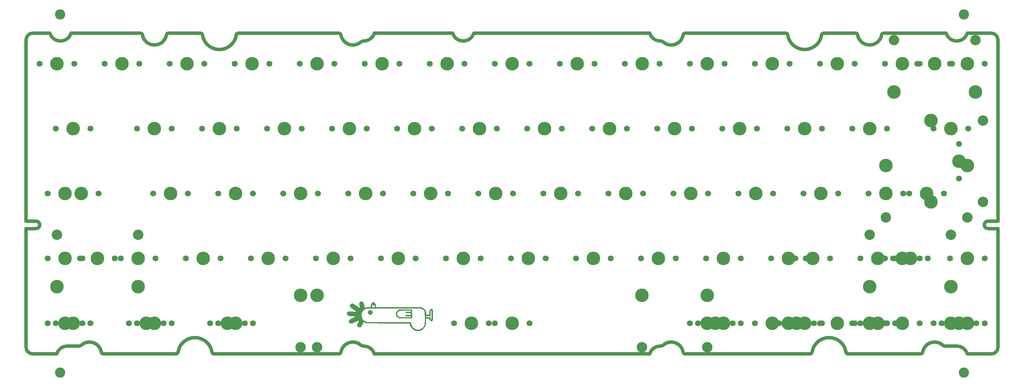
<source format=gbr>
%TF.GenerationSoftware,KiCad,Pcbnew,(5.1.11)-1*%
%TF.CreationDate,2022-10-09T01:58:47+07:00*%
%TF.ProjectId,Eclipse60,45636c69-7073-4653-9630-2e6b69636164,rev?*%
%TF.SameCoordinates,Original*%
%TF.FileFunction,Soldermask,Top*%
%TF.FilePolarity,Negative*%
%FSLAX46Y46*%
G04 Gerber Fmt 4.6, Leading zero omitted, Abs format (unit mm)*
G04 Created by KiCad (PCBNEW (5.1.11)-1) date 2022-10-09 01:58:47*
%MOMM*%
%LPD*%
G01*
G04 APERTURE LIST*
%ADD10C,1.000000*%
%ADD11C,0.010000*%
%ADD12C,1.750000*%
%ADD13C,3.987800*%
%ADD14C,0.500000*%
%ADD15C,3.000000*%
%ADD16C,3.048000*%
G04 APERTURE END LIST*
D10*
X154044994Y-29100001D02*
X131141002Y-29100001D01*
X160277004Y-29100002D02*
G75*
G02*
X154044994Y-29100001I-3116005J925564D01*
G01*
X121325000Y-122729002D02*
G75*
G02*
X127270000Y-120774999I3499597J-626676D01*
G01*
X211758997Y-123300001D02*
G75*
G02*
X214874999Y-120974996I3117524J-927591D01*
G01*
X70771999Y-29100001D02*
X80195003Y-29100001D01*
X29099994Y-86499998D02*
X31993000Y-86499998D01*
X44750004Y-120974996D02*
X41175007Y-120974996D01*
X45184002Y-120794996D02*
G75*
G02*
X44750004Y-120974996I-430255J424180D01*
G01*
X31992999Y-84300000D02*
G75*
G02*
X31993000Y-86499998I8J-1099999D01*
G01*
X80195003Y-29100002D02*
G75*
G02*
X80766002Y-29671000I-880J-571879D01*
G01*
X70201000Y-29671001D02*
G75*
G02*
X70771999Y-29100001I571880J-880D01*
G01*
X70201000Y-29671001D02*
G75*
G02*
X63201000Y-29671000I-3500000J626658D01*
G01*
X73621997Y-122744000D02*
G75*
G02*
X83539997Y-122744001I4959000J-771681D01*
G01*
X62630000Y-29100001D02*
G75*
G02*
X63201000Y-29671000I-880J-571880D01*
G01*
X29099994Y-31100001D02*
G75*
G02*
X31099994Y-29100001I2000725J-725D01*
G01*
X121325001Y-122729002D02*
G75*
G02*
X120754001Y-123300001I-570175J-824D01*
G01*
X120754001Y-123300001D02*
X84096004Y-123300001D01*
X29099994Y-84300001D02*
X29099994Y-31100000D01*
X73065998Y-123300001D02*
X51722004Y-123300001D01*
X38058994Y-123300000D02*
G75*
G02*
X41175007Y-120974996I3117544J-927619D01*
G01*
X31993000Y-84300001D02*
X29099994Y-84300001D01*
X45184000Y-120794996D02*
G75*
G02*
X51150997Y-122729002I2466475J-2562179D01*
G01*
X29099994Y-121300001D02*
X29099994Y-86499998D01*
X31099994Y-123300002D02*
G75*
G02*
X29099994Y-121300001I-981J1999019D01*
G01*
X51722004Y-123300000D02*
G75*
G02*
X51150997Y-122729002I-833J570174D01*
G01*
X128025001Y-120974996D02*
X127755001Y-120974996D01*
X211758998Y-123300001D02*
X131141002Y-123300001D01*
X84096004Y-123300001D02*
G75*
G02*
X83539997Y-122744001I517J556524D01*
G01*
X31099994Y-29100001D02*
X36058994Y-29100001D01*
X38058994Y-123300001D02*
X31099994Y-123300001D01*
X128025001Y-120974997D02*
G75*
G02*
X131141002Y-123300001I-1522J-3252595D01*
G01*
X42291004Y-29100001D02*
X62630001Y-29100001D01*
X127755000Y-120974997D02*
G75*
G02*
X127270000Y-120774999I750J689889D01*
G01*
X73621997Y-122744001D02*
G75*
G02*
X73065998Y-123300001I-556511J511D01*
G01*
X42291004Y-29100002D02*
G75*
G02*
X36058994Y-29100001I-3116005J925564D01*
G01*
X269834002Y-123300002D02*
G75*
G02*
X269278002Y-122744001I512J556512D01*
G01*
X313800006Y-31100000D02*
X313800006Y-84300001D01*
X291177996Y-123300001D02*
X269834002Y-123300001D01*
X291749003Y-122729002D02*
G75*
G02*
X297621997Y-120707998I3500114J-627357D01*
G01*
X304841006Y-29100001D02*
X311800006Y-29100001D01*
X301724993Y-120974996D02*
X298268000Y-120974996D01*
X280269999Y-29100001D02*
X298608996Y-29100001D01*
X301724994Y-120974996D02*
G75*
G02*
X304841006Y-123300001I-1532J-3252623D01*
G01*
X310907000Y-86499998D02*
X313800006Y-86499998D01*
X310907001Y-86499997D02*
G75*
G02*
X310907000Y-84300001I-8J1099998D01*
G01*
X214874999Y-31425000D02*
X215129000Y-31425000D01*
X251644999Y-29100002D02*
G75*
G02*
X252215998Y-29671000I-880J-571879D01*
G01*
X160277004Y-29100002D02*
X211758998Y-29100001D01*
X313800006Y-84300001D02*
X310907000Y-84300001D01*
X215129000Y-31424999D02*
G75*
G02*
X215642001Y-31638000I-2442J-730151D01*
G01*
X304841006Y-29100002D02*
G75*
G02*
X298608996Y-29100001I-3116005J925564D01*
G01*
X221574999Y-29671000D02*
G75*
G02*
X222145999Y-29100001I571880J-881D01*
G01*
X262133998Y-29671001D02*
G75*
G02*
X252215998Y-29671000I-4959000J770501D01*
G01*
X311800005Y-29100001D02*
G75*
G02*
X313800006Y-31100000I-724J-2000725D01*
G01*
X279699000Y-29671001D02*
G75*
G02*
X272699000Y-29671000I-3500000J626658D01*
G01*
X298268000Y-120974996D02*
G75*
G02*
X297621997Y-120707998I-2701J908467D01*
G01*
X279699000Y-29671001D02*
G75*
G02*
X280269999Y-29100001I571880J-880D01*
G01*
X313800005Y-121300001D02*
G75*
G02*
X311800006Y-123300001I-1999018J-982D01*
G01*
X259360004Y-122744001D02*
G75*
G02*
X269278002Y-122744001I4958999J-771680D01*
G01*
X291749004Y-122729002D02*
G75*
G02*
X291177996Y-123300001I-570175J-824D01*
G01*
X215143000Y-120974996D02*
X214874999Y-120974996D01*
X259360003Y-122744001D02*
G75*
G02*
X258803996Y-123300001I-556524J524D01*
G01*
X313800006Y-86499998D02*
X313800006Y-121300001D01*
X215631998Y-120773000D02*
G75*
G02*
X215143000Y-120974996I-487743J487855D01*
G01*
X215632000Y-120773000D02*
G75*
G02*
X221574999Y-122729002I2443145J-2583322D01*
G01*
X214874999Y-31425000D02*
G75*
G02*
X211758998Y-29100001I-899J3249352D01*
G01*
X222145999Y-123300001D02*
G75*
G02*
X221574999Y-122729002I-825J570175D01*
G01*
X258803996Y-123300001D02*
X222145999Y-123300001D01*
X272128000Y-29100001D02*
G75*
G02*
X272699000Y-29671000I-880J-571880D01*
G01*
X262133997Y-29671000D02*
G75*
G02*
X262704997Y-29100001I571880J-881D01*
G01*
X222145999Y-29100001D02*
X251644999Y-29100001D01*
X311800006Y-123300001D02*
X304841006Y-123300001D01*
X262704997Y-29100001D02*
X272128001Y-29100001D01*
X221574999Y-29671001D02*
G75*
G02*
X215642001Y-31638000I-3500071J625896D01*
G01*
X131141002Y-29100001D02*
G75*
G02*
X128025001Y-31425000I-3115102J924353D01*
G01*
X90684001Y-29671000D02*
G75*
G02*
X91255001Y-29100001I571880J-881D01*
G01*
X127799000Y-31425000D02*
X128025001Y-31425000D01*
X127235001Y-31659000D02*
G75*
G02*
X127799000Y-31425000I565427J-566132D01*
G01*
X120754001Y-29100001D02*
G75*
G02*
X121325001Y-29671000I-880J-571880D01*
G01*
X91255001Y-29100001D02*
X120754001Y-29100001D01*
X90684002Y-29671001D02*
G75*
G02*
X80766002Y-29671000I-4959000J770501D01*
G01*
X127235000Y-31659000D02*
G75*
G02*
X121325001Y-29671000I-2410177J2613668D01*
G01*
D11*
%TO.C,G\u002A\u002A\u002A*%
G36*
X127594737Y-107968933D02*
G01*
X127619178Y-107980913D01*
X127703710Y-108029936D01*
X127773958Y-108086660D01*
X127833507Y-108158939D01*
X127885936Y-108254626D01*
X127934828Y-108381576D01*
X127983764Y-108547641D01*
X128036326Y-108760677D01*
X128095329Y-109025000D01*
X128140169Y-109226364D01*
X128182781Y-109407736D01*
X128220737Y-109559553D01*
X128251611Y-109672251D01*
X128272973Y-109736270D01*
X128278424Y-109746233D01*
X128311868Y-109762419D01*
X128372420Y-109756510D01*
X128472810Y-109726526D01*
X128525782Y-109707781D01*
X128783547Y-109636136D01*
X129094758Y-109589272D01*
X129461604Y-109566906D01*
X129633950Y-109564749D01*
X130003692Y-109564750D01*
X130027760Y-109377078D01*
X130361250Y-109377078D01*
X130361250Y-109564750D01*
X131282000Y-109564750D01*
X131282000Y-109428545D01*
X131270984Y-109288569D01*
X131241324Y-109137470D01*
X131198105Y-108989963D01*
X131146408Y-108860765D01*
X131091316Y-108764591D01*
X131037914Y-108716157D01*
X131035646Y-108715340D01*
X131005633Y-108731774D01*
X130996250Y-108798037D01*
X130977414Y-108938759D01*
X130923000Y-109034478D01*
X130849141Y-109076524D01*
X130760197Y-109071754D01*
X130693558Y-109012862D01*
X130654726Y-108906959D01*
X130647000Y-108815107D01*
X130641543Y-108731115D01*
X130627773Y-108681483D01*
X130620170Y-108675750D01*
X130565190Y-108705178D01*
X130508596Y-108784825D01*
X130455173Y-108901733D01*
X130409704Y-109042942D01*
X130376975Y-109195494D01*
X130361769Y-109346432D01*
X130361250Y-109377078D01*
X130027760Y-109377078D01*
X130039763Y-109283485D01*
X130099423Y-108961410D01*
X130189289Y-108682437D01*
X130307211Y-108451890D01*
X130444559Y-108281312D01*
X130587899Y-108182845D01*
X130750201Y-108138923D01*
X130917105Y-108150705D01*
X131074255Y-108219348D01*
X131088849Y-108229362D01*
X131207428Y-108345459D01*
X131316991Y-108512837D01*
X131412382Y-108719397D01*
X131488447Y-108953038D01*
X131540030Y-109201660D01*
X131554553Y-109322464D01*
X131576403Y-109563586D01*
X138184014Y-109572105D01*
X144791625Y-109580625D01*
X145000290Y-109651593D01*
X145286593Y-109779170D01*
X145551490Y-109955889D01*
X145783080Y-110171726D01*
X145969466Y-110416660D01*
X146026125Y-110515589D01*
X146098334Y-110661463D01*
X146150065Y-110789723D01*
X146185567Y-110918080D01*
X146209088Y-111064241D01*
X146224876Y-111245916D01*
X146232161Y-111374500D01*
X146252125Y-111771375D01*
X147204625Y-111771375D01*
X147220500Y-111184000D01*
X147226587Y-110971499D01*
X147233560Y-110810486D01*
X147244122Y-110688977D01*
X147260978Y-110594984D01*
X147286833Y-110516524D01*
X147324392Y-110441610D01*
X147376360Y-110358257D01*
X147422515Y-110288836D01*
X147520756Y-110163982D01*
X147619355Y-110091681D01*
X147733318Y-110062695D01*
X147792258Y-110061287D01*
X147935596Y-110091416D01*
X148053571Y-110176486D01*
X148113859Y-110253564D01*
X148127367Y-110277184D01*
X148138638Y-110307188D01*
X148147873Y-110349151D01*
X148155275Y-110408647D01*
X148161047Y-110491251D01*
X148165391Y-110602538D01*
X148168509Y-110748083D01*
X148170604Y-110933461D01*
X148171877Y-111164245D01*
X148172533Y-111446012D01*
X148172772Y-111784335D01*
X148172790Y-111876649D01*
X148172150Y-112273159D01*
X148170137Y-112616184D01*
X148166785Y-112904067D01*
X148162128Y-113135152D01*
X148156198Y-113307782D01*
X148149031Y-113420300D01*
X148140660Y-113471051D01*
X148140308Y-113471758D01*
X148076212Y-113540414D01*
X147977245Y-113597352D01*
X147871936Y-113627279D01*
X147847417Y-113628750D01*
X147733755Y-113600773D01*
X147609096Y-113524303D01*
X147484134Y-113410528D01*
X147369559Y-113270637D01*
X147276062Y-113115817D01*
X147217887Y-112969937D01*
X147178698Y-112835000D01*
X146204500Y-112835000D01*
X146203871Y-113525562D01*
X146202190Y-113744943D01*
X146197864Y-113957672D01*
X146191369Y-114150282D01*
X146183181Y-114309309D01*
X146173776Y-114421287D01*
X146171577Y-114438375D01*
X146086120Y-114826016D01*
X145946199Y-115185935D01*
X145755514Y-115513675D01*
X145517762Y-115804780D01*
X145236642Y-116054794D01*
X144915853Y-116259260D01*
X144559093Y-116413724D01*
X144521750Y-116426193D01*
X144325233Y-116472591D01*
X144089604Y-116501084D01*
X143836820Y-116511162D01*
X143588841Y-116502312D01*
X143367624Y-116474023D01*
X143283500Y-116455040D01*
X142916355Y-116326385D01*
X142584650Y-116145335D01*
X142286413Y-115910804D01*
X142273695Y-115898926D01*
X142001169Y-115602845D01*
X141787228Y-115282367D01*
X141631710Y-114937200D01*
X141534454Y-114567051D01*
X141533964Y-114564292D01*
X141510332Y-114448324D01*
X141485666Y-114355068D01*
X141465221Y-114304328D01*
X141464845Y-114303822D01*
X141449059Y-114298981D01*
X141407907Y-114294490D01*
X141339211Y-114290331D01*
X141240791Y-114286489D01*
X141110467Y-114282947D01*
X140946061Y-114279688D01*
X140745392Y-114276696D01*
X140506281Y-114273955D01*
X140226550Y-114271448D01*
X139904018Y-114269160D01*
X139536506Y-114267073D01*
X139121835Y-114265171D01*
X138657826Y-114263438D01*
X138142298Y-114261858D01*
X137573074Y-114260414D01*
X136947973Y-114259089D01*
X136264816Y-114257868D01*
X135521423Y-114256734D01*
X135128119Y-114256197D01*
X128821375Y-114247875D01*
X128567375Y-114161688D01*
X128418289Y-114104826D01*
X128264757Y-114036220D01*
X128138334Y-113970044D01*
X128130937Y-113965642D01*
X128033320Y-113908267D01*
X127974738Y-113881067D01*
X127940224Y-113880807D01*
X127914811Y-113904254D01*
X127905645Y-113916966D01*
X127879516Y-113963860D01*
X127831858Y-114058631D01*
X127767467Y-114191372D01*
X127691142Y-114352175D01*
X127607680Y-114531134D01*
X127595958Y-114556511D01*
X127471096Y-114818108D01*
X127360950Y-115025129D01*
X127259781Y-115183112D01*
X127161850Y-115297598D01*
X127061417Y-115374126D01*
X126952745Y-115418234D01*
X126830094Y-115435462D01*
X126689453Y-115431494D01*
X126503304Y-115386212D01*
X126342323Y-115289410D01*
X126215423Y-115150950D01*
X126131512Y-114980696D01*
X126099501Y-114788510D01*
X126099423Y-114778373D01*
X126103519Y-114717466D01*
X126117957Y-114647135D01*
X126145965Y-114558802D01*
X126190767Y-114443892D01*
X126255590Y-114293827D01*
X126343660Y-114100030D01*
X126401417Y-113975470D01*
X126487739Y-113788521D01*
X126563381Y-113621565D01*
X126624703Y-113482904D01*
X126668061Y-113380840D01*
X126689814Y-113323673D01*
X126691418Y-113314483D01*
X126660985Y-113324627D01*
X126579524Y-113359019D01*
X126453416Y-113414774D01*
X126289045Y-113489007D01*
X126092792Y-113578834D01*
X125871041Y-113681370D01*
X125630173Y-113793730D01*
X125607274Y-113804461D01*
X125303631Y-113946142D01*
X125050876Y-114062043D01*
X124842809Y-114154187D01*
X124673228Y-114224597D01*
X124535933Y-114275295D01*
X124424721Y-114308302D01*
X124333392Y-114325642D01*
X124255744Y-114329338D01*
X124185575Y-114321411D01*
X124116685Y-114303883D01*
X124096083Y-114297301D01*
X124007158Y-114252387D01*
X123907382Y-114179849D01*
X123859977Y-114136757D01*
X123740779Y-113977123D01*
X123675542Y-113798513D01*
X123664232Y-113612797D01*
X123706816Y-113431844D01*
X123803260Y-113267522D01*
X123862618Y-113203671D01*
X123926439Y-113158635D01*
X124044793Y-113091187D01*
X124213624Y-113003400D01*
X124428872Y-112897342D01*
X124686482Y-112775084D01*
X124861666Y-112693908D01*
X125081756Y-112592306D01*
X125281560Y-112499223D01*
X125454226Y-112417917D01*
X125592905Y-112351647D01*
X125690744Y-112303673D01*
X125740894Y-112277253D01*
X125746037Y-112273203D01*
X125713258Y-112268193D01*
X125624565Y-112258384D01*
X125487303Y-112244489D01*
X125308816Y-112227222D01*
X125096451Y-112207297D01*
X124857552Y-112185426D01*
X124659462Y-112167649D01*
X124340214Y-112138746D01*
X124077658Y-112113162D01*
X123865183Y-112089204D01*
X123696177Y-112065183D01*
X123564030Y-112039406D01*
X123462132Y-112010185D01*
X123428676Y-111995497D01*
X127285559Y-111995497D01*
X127328733Y-112322412D01*
X127422514Y-112637911D01*
X127564132Y-112935372D01*
X127750817Y-113208175D01*
X127979800Y-113449698D01*
X128248311Y-113653320D01*
X128553580Y-113812420D01*
X128678500Y-113859778D01*
X128884875Y-113930375D01*
X141807125Y-113962125D01*
X141829990Y-114200250D01*
X141877830Y-114528156D01*
X141958019Y-114816416D01*
X142077515Y-115083586D01*
X142243277Y-115348223D01*
X142278984Y-115397590D01*
X142503072Y-115649867D01*
X142765921Y-115856738D01*
X143059564Y-116015790D01*
X143376031Y-116124610D01*
X143707353Y-116180786D01*
X144045563Y-116181904D01*
X144382689Y-116125552D01*
X144533612Y-116080219D01*
X144855266Y-115936601D01*
X145142395Y-115741154D01*
X145390074Y-115498230D01*
X145593376Y-115212180D01*
X145663305Y-115082338D01*
X145710284Y-114985409D01*
X145750281Y-114896167D01*
X145783825Y-114808758D01*
X145811445Y-114717326D01*
X145833670Y-114616016D01*
X145851030Y-114498975D01*
X145864052Y-114360345D01*
X145873267Y-114194274D01*
X145879203Y-113994905D01*
X145882390Y-113756384D01*
X145883355Y-113472855D01*
X145882629Y-113138465D01*
X145880740Y-112747358D01*
X145880370Y-112679945D01*
X145878289Y-112311759D01*
X145876757Y-112073000D01*
X146236250Y-112073000D01*
X146236250Y-112484407D01*
X147487190Y-112501625D01*
X147522382Y-112696345D01*
X147551047Y-112817551D01*
X147588213Y-112926663D01*
X147615397Y-112982095D01*
X147677355Y-113068901D01*
X147747765Y-113152234D01*
X147812414Y-113216747D01*
X147857085Y-113247091D01*
X147861440Y-113247750D01*
X147866729Y-113217050D01*
X147871653Y-113129153D01*
X147876100Y-112990359D01*
X147879957Y-112806971D01*
X147883111Y-112585289D01*
X147885451Y-112331616D01*
X147886863Y-112052254D01*
X147887250Y-111803125D01*
X147887100Y-111461460D01*
X147886522Y-111177939D01*
X147885321Y-110947204D01*
X147883301Y-110763900D01*
X147880269Y-110622668D01*
X147876028Y-110518153D01*
X147870385Y-110444998D01*
X147863144Y-110397846D01*
X147854112Y-110371341D01*
X147843091Y-110360127D01*
X147834708Y-110358500D01*
X147774458Y-110383647D01*
X147698795Y-110447923D01*
X147622469Y-110534577D01*
X147560231Y-110626860D01*
X147526833Y-110708020D01*
X147526811Y-110708128D01*
X147520433Y-110771282D01*
X147514860Y-110886216D01*
X147510421Y-111041211D01*
X147507444Y-111224549D01*
X147506257Y-111424513D01*
X147506250Y-111441968D01*
X147506250Y-112073000D01*
X146236250Y-112073000D01*
X145876757Y-112073000D01*
X145876297Y-112001462D01*
X145874142Y-111743446D01*
X145871573Y-111532100D01*
X145868339Y-111361815D01*
X145864191Y-111226982D01*
X145858876Y-111121991D01*
X145852144Y-111041232D01*
X145843745Y-110979097D01*
X145833427Y-110929975D01*
X145820939Y-110888258D01*
X145806031Y-110848335D01*
X145797519Y-110827115D01*
X145659997Y-110567637D01*
X145472074Y-110334517D01*
X145244869Y-110138882D01*
X144989503Y-109991857D01*
X144942888Y-109972012D01*
X144759875Y-109898125D01*
X136949375Y-109889428D01*
X135998132Y-109888489D01*
X135109775Y-109887860D01*
X134283692Y-109887545D01*
X133519269Y-109887544D01*
X132815895Y-109887860D01*
X132172955Y-109888494D01*
X131589836Y-109889449D01*
X131065927Y-109890727D01*
X130600614Y-109892328D01*
X130193285Y-109894256D01*
X129843325Y-109896512D01*
X129550123Y-109899097D01*
X129313066Y-109902015D01*
X129131540Y-109905266D01*
X129004933Y-109908852D01*
X128932633Y-109912776D01*
X128920491Y-109914160D01*
X128619572Y-109991195D01*
X128329253Y-110124946D01*
X128058353Y-110308655D01*
X127815690Y-110535563D01*
X127610084Y-110798912D01*
X127487379Y-111012464D01*
X127362113Y-111333902D01*
X127295763Y-111663786D01*
X127285559Y-111995497D01*
X123428676Y-111995497D01*
X123383872Y-111975827D01*
X123322638Y-111934641D01*
X123271821Y-111884938D01*
X123224809Y-111825026D01*
X123203874Y-111795352D01*
X123123442Y-111628990D01*
X123093201Y-111446331D01*
X123111096Y-111262353D01*
X123175075Y-111092035D01*
X123283086Y-110950357D01*
X123324512Y-110915109D01*
X123381169Y-110874029D01*
X123436965Y-110841109D01*
X123498500Y-110816158D01*
X123572375Y-110798989D01*
X123665192Y-110789413D01*
X123783552Y-110787241D01*
X123934056Y-110792283D01*
X124123304Y-110804353D01*
X124357899Y-110823260D01*
X124644440Y-110848817D01*
X124880277Y-110870637D01*
X125183014Y-110898659D01*
X125428048Y-110920763D01*
X125620874Y-110937215D01*
X125766987Y-110948283D01*
X125871883Y-110954231D01*
X125941057Y-110955328D01*
X125980005Y-110951837D01*
X125994220Y-110944026D01*
X125989200Y-110932162D01*
X125980117Y-110923913D01*
X125937519Y-110892149D01*
X125849928Y-110828949D01*
X125724364Y-110739304D01*
X125567848Y-110628204D01*
X125387399Y-110500642D01*
X125190038Y-110361606D01*
X125112159Y-110306867D01*
X124907695Y-110162503D01*
X124715450Y-110025361D01*
X124542898Y-109900882D01*
X124397515Y-109794507D01*
X124286778Y-109711679D01*
X124218161Y-109657837D01*
X124205810Y-109647152D01*
X124075714Y-109490816D01*
X124000708Y-109319641D01*
X123977144Y-109142923D01*
X124001378Y-108969957D01*
X124069764Y-108810041D01*
X124178656Y-108672470D01*
X124324408Y-108566540D01*
X124503375Y-108501548D01*
X124661481Y-108485250D01*
X124714451Y-108487569D01*
X124768429Y-108496661D01*
X124828829Y-108515721D01*
X124901068Y-108547948D01*
X124990562Y-108596539D01*
X125102726Y-108664693D01*
X125242977Y-108755606D01*
X125416730Y-108872477D01*
X125629401Y-109018503D01*
X125886406Y-109196882D01*
X125995496Y-109272892D01*
X126208717Y-109420511D01*
X126405057Y-109554435D01*
X126578601Y-109670784D01*
X126723434Y-109765678D01*
X126833643Y-109835238D01*
X126903312Y-109875582D01*
X126926506Y-109883605D01*
X126923241Y-109844131D01*
X126907946Y-109752894D01*
X126882569Y-109620070D01*
X126849059Y-109455840D01*
X126809362Y-109270382D01*
X126807572Y-109262205D01*
X126766442Y-109067908D01*
X126730711Y-108886548D01*
X126702614Y-108730508D01*
X126684387Y-108612172D01*
X126678250Y-108545842D01*
X126706649Y-108354749D01*
X126785383Y-108190181D01*
X126904757Y-108057957D01*
X127055075Y-107963900D01*
X127226641Y-107913829D01*
X127409760Y-107913566D01*
X127594737Y-107968933D01*
G37*
X127594737Y-107968933D02*
X127619178Y-107980913D01*
X127703710Y-108029936D01*
X127773958Y-108086660D01*
X127833507Y-108158939D01*
X127885936Y-108254626D01*
X127934828Y-108381576D01*
X127983764Y-108547641D01*
X128036326Y-108760677D01*
X128095329Y-109025000D01*
X128140169Y-109226364D01*
X128182781Y-109407736D01*
X128220737Y-109559553D01*
X128251611Y-109672251D01*
X128272973Y-109736270D01*
X128278424Y-109746233D01*
X128311868Y-109762419D01*
X128372420Y-109756510D01*
X128472810Y-109726526D01*
X128525782Y-109707781D01*
X128783547Y-109636136D01*
X129094758Y-109589272D01*
X129461604Y-109566906D01*
X129633950Y-109564749D01*
X130003692Y-109564750D01*
X130027760Y-109377078D01*
X130361250Y-109377078D01*
X130361250Y-109564750D01*
X131282000Y-109564750D01*
X131282000Y-109428545D01*
X131270984Y-109288569D01*
X131241324Y-109137470D01*
X131198105Y-108989963D01*
X131146408Y-108860765D01*
X131091316Y-108764591D01*
X131037914Y-108716157D01*
X131035646Y-108715340D01*
X131005633Y-108731774D01*
X130996250Y-108798037D01*
X130977414Y-108938759D01*
X130923000Y-109034478D01*
X130849141Y-109076524D01*
X130760197Y-109071754D01*
X130693558Y-109012862D01*
X130654726Y-108906959D01*
X130647000Y-108815107D01*
X130641543Y-108731115D01*
X130627773Y-108681483D01*
X130620170Y-108675750D01*
X130565190Y-108705178D01*
X130508596Y-108784825D01*
X130455173Y-108901733D01*
X130409704Y-109042942D01*
X130376975Y-109195494D01*
X130361769Y-109346432D01*
X130361250Y-109377078D01*
X130027760Y-109377078D01*
X130039763Y-109283485D01*
X130099423Y-108961410D01*
X130189289Y-108682437D01*
X130307211Y-108451890D01*
X130444559Y-108281312D01*
X130587899Y-108182845D01*
X130750201Y-108138923D01*
X130917105Y-108150705D01*
X131074255Y-108219348D01*
X131088849Y-108229362D01*
X131207428Y-108345459D01*
X131316991Y-108512837D01*
X131412382Y-108719397D01*
X131488447Y-108953038D01*
X131540030Y-109201660D01*
X131554553Y-109322464D01*
X131576403Y-109563586D01*
X138184014Y-109572105D01*
X144791625Y-109580625D01*
X145000290Y-109651593D01*
X145286593Y-109779170D01*
X145551490Y-109955889D01*
X145783080Y-110171726D01*
X145969466Y-110416660D01*
X146026125Y-110515589D01*
X146098334Y-110661463D01*
X146150065Y-110789723D01*
X146185567Y-110918080D01*
X146209088Y-111064241D01*
X146224876Y-111245916D01*
X146232161Y-111374500D01*
X146252125Y-111771375D01*
X147204625Y-111771375D01*
X147220500Y-111184000D01*
X147226587Y-110971499D01*
X147233560Y-110810486D01*
X147244122Y-110688977D01*
X147260978Y-110594984D01*
X147286833Y-110516524D01*
X147324392Y-110441610D01*
X147376360Y-110358257D01*
X147422515Y-110288836D01*
X147520756Y-110163982D01*
X147619355Y-110091681D01*
X147733318Y-110062695D01*
X147792258Y-110061287D01*
X147935596Y-110091416D01*
X148053571Y-110176486D01*
X148113859Y-110253564D01*
X148127367Y-110277184D01*
X148138638Y-110307188D01*
X148147873Y-110349151D01*
X148155275Y-110408647D01*
X148161047Y-110491251D01*
X148165391Y-110602538D01*
X148168509Y-110748083D01*
X148170604Y-110933461D01*
X148171877Y-111164245D01*
X148172533Y-111446012D01*
X148172772Y-111784335D01*
X148172790Y-111876649D01*
X148172150Y-112273159D01*
X148170137Y-112616184D01*
X148166785Y-112904067D01*
X148162128Y-113135152D01*
X148156198Y-113307782D01*
X148149031Y-113420300D01*
X148140660Y-113471051D01*
X148140308Y-113471758D01*
X148076212Y-113540414D01*
X147977245Y-113597352D01*
X147871936Y-113627279D01*
X147847417Y-113628750D01*
X147733755Y-113600773D01*
X147609096Y-113524303D01*
X147484134Y-113410528D01*
X147369559Y-113270637D01*
X147276062Y-113115817D01*
X147217887Y-112969937D01*
X147178698Y-112835000D01*
X146204500Y-112835000D01*
X146203871Y-113525562D01*
X146202190Y-113744943D01*
X146197864Y-113957672D01*
X146191369Y-114150282D01*
X146183181Y-114309309D01*
X146173776Y-114421287D01*
X146171577Y-114438375D01*
X146086120Y-114826016D01*
X145946199Y-115185935D01*
X145755514Y-115513675D01*
X145517762Y-115804780D01*
X145236642Y-116054794D01*
X144915853Y-116259260D01*
X144559093Y-116413724D01*
X144521750Y-116426193D01*
X144325233Y-116472591D01*
X144089604Y-116501084D01*
X143836820Y-116511162D01*
X143588841Y-116502312D01*
X143367624Y-116474023D01*
X143283500Y-116455040D01*
X142916355Y-116326385D01*
X142584650Y-116145335D01*
X142286413Y-115910804D01*
X142273695Y-115898926D01*
X142001169Y-115602845D01*
X141787228Y-115282367D01*
X141631710Y-114937200D01*
X141534454Y-114567051D01*
X141533964Y-114564292D01*
X141510332Y-114448324D01*
X141485666Y-114355068D01*
X141465221Y-114304328D01*
X141464845Y-114303822D01*
X141449059Y-114298981D01*
X141407907Y-114294490D01*
X141339211Y-114290331D01*
X141240791Y-114286489D01*
X141110467Y-114282947D01*
X140946061Y-114279688D01*
X140745392Y-114276696D01*
X140506281Y-114273955D01*
X140226550Y-114271448D01*
X139904018Y-114269160D01*
X139536506Y-114267073D01*
X139121835Y-114265171D01*
X138657826Y-114263438D01*
X138142298Y-114261858D01*
X137573074Y-114260414D01*
X136947973Y-114259089D01*
X136264816Y-114257868D01*
X135521423Y-114256734D01*
X135128119Y-114256197D01*
X128821375Y-114247875D01*
X128567375Y-114161688D01*
X128418289Y-114104826D01*
X128264757Y-114036220D01*
X128138334Y-113970044D01*
X128130937Y-113965642D01*
X128033320Y-113908267D01*
X127974738Y-113881067D01*
X127940224Y-113880807D01*
X127914811Y-113904254D01*
X127905645Y-113916966D01*
X127879516Y-113963860D01*
X127831858Y-114058631D01*
X127767467Y-114191372D01*
X127691142Y-114352175D01*
X127607680Y-114531134D01*
X127595958Y-114556511D01*
X127471096Y-114818108D01*
X127360950Y-115025129D01*
X127259781Y-115183112D01*
X127161850Y-115297598D01*
X127061417Y-115374126D01*
X126952745Y-115418234D01*
X126830094Y-115435462D01*
X126689453Y-115431494D01*
X126503304Y-115386212D01*
X126342323Y-115289410D01*
X126215423Y-115150950D01*
X126131512Y-114980696D01*
X126099501Y-114788510D01*
X126099423Y-114778373D01*
X126103519Y-114717466D01*
X126117957Y-114647135D01*
X126145965Y-114558802D01*
X126190767Y-114443892D01*
X126255590Y-114293827D01*
X126343660Y-114100030D01*
X126401417Y-113975470D01*
X126487739Y-113788521D01*
X126563381Y-113621565D01*
X126624703Y-113482904D01*
X126668061Y-113380840D01*
X126689814Y-113323673D01*
X126691418Y-113314483D01*
X126660985Y-113324627D01*
X126579524Y-113359019D01*
X126453416Y-113414774D01*
X126289045Y-113489007D01*
X126092792Y-113578834D01*
X125871041Y-113681370D01*
X125630173Y-113793730D01*
X125607274Y-113804461D01*
X125303631Y-113946142D01*
X125050876Y-114062043D01*
X124842809Y-114154187D01*
X124673228Y-114224597D01*
X124535933Y-114275295D01*
X124424721Y-114308302D01*
X124333392Y-114325642D01*
X124255744Y-114329338D01*
X124185575Y-114321411D01*
X124116685Y-114303883D01*
X124096083Y-114297301D01*
X124007158Y-114252387D01*
X123907382Y-114179849D01*
X123859977Y-114136757D01*
X123740779Y-113977123D01*
X123675542Y-113798513D01*
X123664232Y-113612797D01*
X123706816Y-113431844D01*
X123803260Y-113267522D01*
X123862618Y-113203671D01*
X123926439Y-113158635D01*
X124044793Y-113091187D01*
X124213624Y-113003400D01*
X124428872Y-112897342D01*
X124686482Y-112775084D01*
X124861666Y-112693908D01*
X125081756Y-112592306D01*
X125281560Y-112499223D01*
X125454226Y-112417917D01*
X125592905Y-112351647D01*
X125690744Y-112303673D01*
X125740894Y-112277253D01*
X125746037Y-112273203D01*
X125713258Y-112268193D01*
X125624565Y-112258384D01*
X125487303Y-112244489D01*
X125308816Y-112227222D01*
X125096451Y-112207297D01*
X124857552Y-112185426D01*
X124659462Y-112167649D01*
X124340214Y-112138746D01*
X124077658Y-112113162D01*
X123865183Y-112089204D01*
X123696177Y-112065183D01*
X123564030Y-112039406D01*
X123462132Y-112010185D01*
X123428676Y-111995497D01*
X127285559Y-111995497D01*
X127328733Y-112322412D01*
X127422514Y-112637911D01*
X127564132Y-112935372D01*
X127750817Y-113208175D01*
X127979800Y-113449698D01*
X128248311Y-113653320D01*
X128553580Y-113812420D01*
X128678500Y-113859778D01*
X128884875Y-113930375D01*
X141807125Y-113962125D01*
X141829990Y-114200250D01*
X141877830Y-114528156D01*
X141958019Y-114816416D01*
X142077515Y-115083586D01*
X142243277Y-115348223D01*
X142278984Y-115397590D01*
X142503072Y-115649867D01*
X142765921Y-115856738D01*
X143059564Y-116015790D01*
X143376031Y-116124610D01*
X143707353Y-116180786D01*
X144045563Y-116181904D01*
X144382689Y-116125552D01*
X144533612Y-116080219D01*
X144855266Y-115936601D01*
X145142395Y-115741154D01*
X145390074Y-115498230D01*
X145593376Y-115212180D01*
X145663305Y-115082338D01*
X145710284Y-114985409D01*
X145750281Y-114896167D01*
X145783825Y-114808758D01*
X145811445Y-114717326D01*
X145833670Y-114616016D01*
X145851030Y-114498975D01*
X145864052Y-114360345D01*
X145873267Y-114194274D01*
X145879203Y-113994905D01*
X145882390Y-113756384D01*
X145883355Y-113472855D01*
X145882629Y-113138465D01*
X145880740Y-112747358D01*
X145880370Y-112679945D01*
X145878289Y-112311759D01*
X145876757Y-112073000D01*
X146236250Y-112073000D01*
X146236250Y-112484407D01*
X147487190Y-112501625D01*
X147522382Y-112696345D01*
X147551047Y-112817551D01*
X147588213Y-112926663D01*
X147615397Y-112982095D01*
X147677355Y-113068901D01*
X147747765Y-113152234D01*
X147812414Y-113216747D01*
X147857085Y-113247091D01*
X147861440Y-113247750D01*
X147866729Y-113217050D01*
X147871653Y-113129153D01*
X147876100Y-112990359D01*
X147879957Y-112806971D01*
X147883111Y-112585289D01*
X147885451Y-112331616D01*
X147886863Y-112052254D01*
X147887250Y-111803125D01*
X147887100Y-111461460D01*
X147886522Y-111177939D01*
X147885321Y-110947204D01*
X147883301Y-110763900D01*
X147880269Y-110622668D01*
X147876028Y-110518153D01*
X147870385Y-110444998D01*
X147863144Y-110397846D01*
X147854112Y-110371341D01*
X147843091Y-110360127D01*
X147834708Y-110358500D01*
X147774458Y-110383647D01*
X147698795Y-110447923D01*
X147622469Y-110534577D01*
X147560231Y-110626860D01*
X147526833Y-110708020D01*
X147526811Y-110708128D01*
X147520433Y-110771282D01*
X147514860Y-110886216D01*
X147510421Y-111041211D01*
X147507444Y-111224549D01*
X147506257Y-111424513D01*
X147506250Y-111441968D01*
X147506250Y-112073000D01*
X146236250Y-112073000D01*
X145876757Y-112073000D01*
X145876297Y-112001462D01*
X145874142Y-111743446D01*
X145871573Y-111532100D01*
X145868339Y-111361815D01*
X145864191Y-111226982D01*
X145858876Y-111121991D01*
X145852144Y-111041232D01*
X145843745Y-110979097D01*
X145833427Y-110929975D01*
X145820939Y-110888258D01*
X145806031Y-110848335D01*
X145797519Y-110827115D01*
X145659997Y-110567637D01*
X145472074Y-110334517D01*
X145244869Y-110138882D01*
X144989503Y-109991857D01*
X144942888Y-109972012D01*
X144759875Y-109898125D01*
X136949375Y-109889428D01*
X135998132Y-109888489D01*
X135109775Y-109887860D01*
X134283692Y-109887545D01*
X133519269Y-109887544D01*
X132815895Y-109887860D01*
X132172955Y-109888494D01*
X131589836Y-109889449D01*
X131065927Y-109890727D01*
X130600614Y-109892328D01*
X130193285Y-109894256D01*
X129843325Y-109896512D01*
X129550123Y-109899097D01*
X129313066Y-109902015D01*
X129131540Y-109905266D01*
X129004933Y-109908852D01*
X128932633Y-109912776D01*
X128920491Y-109914160D01*
X128619572Y-109991195D01*
X128329253Y-110124946D01*
X128058353Y-110308655D01*
X127815690Y-110535563D01*
X127610084Y-110798912D01*
X127487379Y-111012464D01*
X127362113Y-111333902D01*
X127295763Y-111663786D01*
X127285559Y-111995497D01*
X123428676Y-111995497D01*
X123383872Y-111975827D01*
X123322638Y-111934641D01*
X123271821Y-111884938D01*
X123224809Y-111825026D01*
X123203874Y-111795352D01*
X123123442Y-111628990D01*
X123093201Y-111446331D01*
X123111096Y-111262353D01*
X123175075Y-111092035D01*
X123283086Y-110950357D01*
X123324512Y-110915109D01*
X123381169Y-110874029D01*
X123436965Y-110841109D01*
X123498500Y-110816158D01*
X123572375Y-110798989D01*
X123665192Y-110789413D01*
X123783552Y-110787241D01*
X123934056Y-110792283D01*
X124123304Y-110804353D01*
X124357899Y-110823260D01*
X124644440Y-110848817D01*
X124880277Y-110870637D01*
X125183014Y-110898659D01*
X125428048Y-110920763D01*
X125620874Y-110937215D01*
X125766987Y-110948283D01*
X125871883Y-110954231D01*
X125941057Y-110955328D01*
X125980005Y-110951837D01*
X125994220Y-110944026D01*
X125989200Y-110932162D01*
X125980117Y-110923913D01*
X125937519Y-110892149D01*
X125849928Y-110828949D01*
X125724364Y-110739304D01*
X125567848Y-110628204D01*
X125387399Y-110500642D01*
X125190038Y-110361606D01*
X125112159Y-110306867D01*
X124907695Y-110162503D01*
X124715450Y-110025361D01*
X124542898Y-109900882D01*
X124397515Y-109794507D01*
X124286778Y-109711679D01*
X124218161Y-109657837D01*
X124205810Y-109647152D01*
X124075714Y-109490816D01*
X124000708Y-109319641D01*
X123977144Y-109142923D01*
X124001378Y-108969957D01*
X124069764Y-108810041D01*
X124178656Y-108672470D01*
X124324408Y-108566540D01*
X124503375Y-108501548D01*
X124661481Y-108485250D01*
X124714451Y-108487569D01*
X124768429Y-108496661D01*
X124828829Y-108515721D01*
X124901068Y-108547948D01*
X124990562Y-108596539D01*
X125102726Y-108664693D01*
X125242977Y-108755606D01*
X125416730Y-108872477D01*
X125629401Y-109018503D01*
X125886406Y-109196882D01*
X125995496Y-109272892D01*
X126208717Y-109420511D01*
X126405057Y-109554435D01*
X126578601Y-109670784D01*
X126723434Y-109765678D01*
X126833643Y-109835238D01*
X126903312Y-109875582D01*
X126926506Y-109883605D01*
X126923241Y-109844131D01*
X126907946Y-109752894D01*
X126882569Y-109620070D01*
X126849059Y-109455840D01*
X126809362Y-109270382D01*
X126807572Y-109262205D01*
X126766442Y-109067908D01*
X126730711Y-108886548D01*
X126702614Y-108730508D01*
X126684387Y-108612172D01*
X126678250Y-108545842D01*
X126706649Y-108354749D01*
X126785383Y-108190181D01*
X126904757Y-108057957D01*
X127055075Y-107963900D01*
X127226641Y-107913829D01*
X127409760Y-107913566D01*
X127594737Y-107968933D01*
G36*
X141240777Y-110204099D02*
G01*
X141414538Y-110205910D01*
X141551292Y-110208955D01*
X141656340Y-110213360D01*
X141734979Y-110219256D01*
X141792507Y-110226769D01*
X141834223Y-110236028D01*
X141865426Y-110247161D01*
X141872151Y-110250227D01*
X142003556Y-110345076D01*
X142092156Y-110477352D01*
X142134170Y-110634383D01*
X142125815Y-110803501D01*
X142078751Y-110942256D01*
X142009324Y-111085673D01*
X142082849Y-111185121D01*
X142134846Y-111299416D01*
X142157827Y-111447718D01*
X142151246Y-111607275D01*
X142114558Y-111755335D01*
X142097471Y-111794368D01*
X142064284Y-111866806D01*
X142055788Y-111920032D01*
X142073189Y-111980734D01*
X142109405Y-112058478D01*
X142161756Y-112230370D01*
X142156217Y-112397562D01*
X142096597Y-112548998D01*
X141986703Y-112673619D01*
X141873766Y-112742752D01*
X141840804Y-112756212D01*
X141802597Y-112767453D01*
X141753496Y-112776663D01*
X141687853Y-112784032D01*
X141600018Y-112789750D01*
X141484343Y-112794006D01*
X141335179Y-112796989D01*
X141146878Y-112798891D01*
X140913791Y-112799899D01*
X140630269Y-112800203D01*
X140290663Y-112799993D01*
X140172000Y-112799852D01*
X139766976Y-112798774D01*
X139422117Y-112796599D01*
X139134094Y-112793248D01*
X138899580Y-112788643D01*
X138715247Y-112782706D01*
X138577767Y-112775357D01*
X138483813Y-112766519D01*
X138440308Y-112758962D01*
X138169684Y-112662070D01*
X137932351Y-112514048D01*
X137733730Y-112320823D01*
X137579241Y-112088321D01*
X137474305Y-111822470D01*
X137439804Y-111664982D01*
X137433797Y-111528617D01*
X137734381Y-111528617D01*
X137759359Y-111741839D01*
X137828744Y-111945692D01*
X137942019Y-112131621D01*
X138098667Y-112291073D01*
X138298173Y-112415491D01*
X138404555Y-112458728D01*
X138446602Y-112471690D01*
X138495072Y-112482540D01*
X138555699Y-112491468D01*
X138634217Y-112498663D01*
X138736362Y-112504316D01*
X138867866Y-112508616D01*
X139034465Y-112511754D01*
X139241892Y-112513918D01*
X139495883Y-112515300D01*
X139802171Y-112516089D01*
X140148187Y-112516463D01*
X140505581Y-112516627D01*
X140804884Y-112516473D01*
X141051507Y-112515794D01*
X141250858Y-112514386D01*
X141408349Y-112512042D01*
X141529387Y-112508558D01*
X141619383Y-112503726D01*
X141683747Y-112497343D01*
X141727887Y-112489201D01*
X141757215Y-112479095D01*
X141777138Y-112466821D01*
X141791250Y-112454000D01*
X141845201Y-112380517D01*
X141844589Y-112309229D01*
X141805324Y-112238814D01*
X141787189Y-112215685D01*
X141763925Y-112198257D01*
X141727089Y-112185722D01*
X141668237Y-112177276D01*
X141578926Y-112172112D01*
X141450714Y-112169424D01*
X141275157Y-112168405D01*
X141066264Y-112168250D01*
X140813932Y-112167198D01*
X140618062Y-112163061D01*
X140471635Y-112154363D01*
X140367633Y-112139629D01*
X140299037Y-112117383D01*
X140258830Y-112086150D01*
X140239993Y-112044455D01*
X140235500Y-111993625D01*
X140241222Y-111938700D01*
X140263208Y-111896510D01*
X140308683Y-111865421D01*
X140384872Y-111843794D01*
X140499001Y-111829995D01*
X140658296Y-111822386D01*
X140869982Y-111819331D01*
X141006651Y-111819000D01*
X141242280Y-111817203D01*
X141436013Y-111812009D01*
X141581867Y-111803714D01*
X141673856Y-111792615D01*
X141700775Y-111784694D01*
X141777175Y-111711478D01*
X141824443Y-111602290D01*
X141834641Y-111481016D01*
X141822133Y-111419500D01*
X141797878Y-111354646D01*
X141767940Y-111305226D01*
X141724021Y-111269151D01*
X141657821Y-111244328D01*
X141561040Y-111228667D01*
X141425380Y-111220078D01*
X141242541Y-111216469D01*
X141013375Y-111215750D01*
X140769708Y-111214485D01*
X140582308Y-111209612D01*
X140443972Y-111199516D01*
X140347499Y-111182578D01*
X140285686Y-111157183D01*
X140251332Y-111121712D01*
X140237233Y-111074551D01*
X140235500Y-111041125D01*
X140240489Y-110988117D01*
X140260133Y-110946963D01*
X140301447Y-110916190D01*
X140371444Y-110894325D01*
X140477141Y-110879896D01*
X140625550Y-110871431D01*
X140823687Y-110867457D01*
X141067332Y-110866500D01*
X141758036Y-110866500D01*
X141810896Y-110785824D01*
X141841242Y-110692588D01*
X141819540Y-110605403D01*
X141752867Y-110544164D01*
X141720892Y-110532709D01*
X141675569Y-110529340D01*
X141573130Y-110526540D01*
X141419960Y-110524342D01*
X141222439Y-110522782D01*
X140986952Y-110521891D01*
X140719879Y-110521706D01*
X140427605Y-110522258D01*
X140116511Y-110523583D01*
X140060875Y-110523895D01*
X138473375Y-110533125D01*
X138293652Y-110621383D01*
X138088855Y-110753130D01*
X137931045Y-110918282D01*
X137819707Y-111108284D01*
X137754324Y-111314580D01*
X137734381Y-111528617D01*
X137433797Y-111528617D01*
X137430042Y-111443393D01*
X137463707Y-111204978D01*
X137536213Y-110974470D01*
X137588069Y-110865341D01*
X137704241Y-110697681D01*
X137861713Y-110533420D01*
X138040189Y-110391407D01*
X138195478Y-110301219D01*
X138378125Y-110215625D01*
X140069713Y-110206625D01*
X140444479Y-110204784D01*
X140761046Y-110203665D01*
X141024713Y-110203394D01*
X141240777Y-110204099D01*
G37*
X141240777Y-110204099D02*
X141414538Y-110205910D01*
X141551292Y-110208955D01*
X141656340Y-110213360D01*
X141734979Y-110219256D01*
X141792507Y-110226769D01*
X141834223Y-110236028D01*
X141865426Y-110247161D01*
X141872151Y-110250227D01*
X142003556Y-110345076D01*
X142092156Y-110477352D01*
X142134170Y-110634383D01*
X142125815Y-110803501D01*
X142078751Y-110942256D01*
X142009324Y-111085673D01*
X142082849Y-111185121D01*
X142134846Y-111299416D01*
X142157827Y-111447718D01*
X142151246Y-111607275D01*
X142114558Y-111755335D01*
X142097471Y-111794368D01*
X142064284Y-111866806D01*
X142055788Y-111920032D01*
X142073189Y-111980734D01*
X142109405Y-112058478D01*
X142161756Y-112230370D01*
X142156217Y-112397562D01*
X142096597Y-112548998D01*
X141986703Y-112673619D01*
X141873766Y-112742752D01*
X141840804Y-112756212D01*
X141802597Y-112767453D01*
X141753496Y-112776663D01*
X141687853Y-112784032D01*
X141600018Y-112789750D01*
X141484343Y-112794006D01*
X141335179Y-112796989D01*
X141146878Y-112798891D01*
X140913791Y-112799899D01*
X140630269Y-112800203D01*
X140290663Y-112799993D01*
X140172000Y-112799852D01*
X139766976Y-112798774D01*
X139422117Y-112796599D01*
X139134094Y-112793248D01*
X138899580Y-112788643D01*
X138715247Y-112782706D01*
X138577767Y-112775357D01*
X138483813Y-112766519D01*
X138440308Y-112758962D01*
X138169684Y-112662070D01*
X137932351Y-112514048D01*
X137733730Y-112320823D01*
X137579241Y-112088321D01*
X137474305Y-111822470D01*
X137439804Y-111664982D01*
X137433797Y-111528617D01*
X137734381Y-111528617D01*
X137759359Y-111741839D01*
X137828744Y-111945692D01*
X137942019Y-112131621D01*
X138098667Y-112291073D01*
X138298173Y-112415491D01*
X138404555Y-112458728D01*
X138446602Y-112471690D01*
X138495072Y-112482540D01*
X138555699Y-112491468D01*
X138634217Y-112498663D01*
X138736362Y-112504316D01*
X138867866Y-112508616D01*
X139034465Y-112511754D01*
X139241892Y-112513918D01*
X139495883Y-112515300D01*
X139802171Y-112516089D01*
X140148187Y-112516463D01*
X140505581Y-112516627D01*
X140804884Y-112516473D01*
X141051507Y-112515794D01*
X141250858Y-112514386D01*
X141408349Y-112512042D01*
X141529387Y-112508558D01*
X141619383Y-112503726D01*
X141683747Y-112497343D01*
X141727887Y-112489201D01*
X141757215Y-112479095D01*
X141777138Y-112466821D01*
X141791250Y-112454000D01*
X141845201Y-112380517D01*
X141844589Y-112309229D01*
X141805324Y-112238814D01*
X141787189Y-112215685D01*
X141763925Y-112198257D01*
X141727089Y-112185722D01*
X141668237Y-112177276D01*
X141578926Y-112172112D01*
X141450714Y-112169424D01*
X141275157Y-112168405D01*
X141066264Y-112168250D01*
X140813932Y-112167198D01*
X140618062Y-112163061D01*
X140471635Y-112154363D01*
X140367633Y-112139629D01*
X140299037Y-112117383D01*
X140258830Y-112086150D01*
X140239993Y-112044455D01*
X140235500Y-111993625D01*
X140241222Y-111938700D01*
X140263208Y-111896510D01*
X140308683Y-111865421D01*
X140384872Y-111843794D01*
X140499001Y-111829995D01*
X140658296Y-111822386D01*
X140869982Y-111819331D01*
X141006651Y-111819000D01*
X141242280Y-111817203D01*
X141436013Y-111812009D01*
X141581867Y-111803714D01*
X141673856Y-111792615D01*
X141700775Y-111784694D01*
X141777175Y-111711478D01*
X141824443Y-111602290D01*
X141834641Y-111481016D01*
X141822133Y-111419500D01*
X141797878Y-111354646D01*
X141767940Y-111305226D01*
X141724021Y-111269151D01*
X141657821Y-111244328D01*
X141561040Y-111228667D01*
X141425380Y-111220078D01*
X141242541Y-111216469D01*
X141013375Y-111215750D01*
X140769708Y-111214485D01*
X140582308Y-111209612D01*
X140443972Y-111199516D01*
X140347499Y-111182578D01*
X140285686Y-111157183D01*
X140251332Y-111121712D01*
X140237233Y-111074551D01*
X140235500Y-111041125D01*
X140240489Y-110988117D01*
X140260133Y-110946963D01*
X140301447Y-110916190D01*
X140371444Y-110894325D01*
X140477141Y-110879896D01*
X140625550Y-110871431D01*
X140823687Y-110867457D01*
X141067332Y-110866500D01*
X141758036Y-110866500D01*
X141810896Y-110785824D01*
X141841242Y-110692588D01*
X141819540Y-110605403D01*
X141752867Y-110544164D01*
X141720892Y-110532709D01*
X141675569Y-110529340D01*
X141573130Y-110526540D01*
X141419960Y-110524342D01*
X141222439Y-110522782D01*
X140986952Y-110521891D01*
X140719879Y-110521706D01*
X140427605Y-110522258D01*
X140116511Y-110523583D01*
X140060875Y-110523895D01*
X138473375Y-110533125D01*
X138293652Y-110621383D01*
X138088855Y-110753130D01*
X137931045Y-110918282D01*
X137819707Y-111108284D01*
X137754324Y-111314580D01*
X137734381Y-111528617D01*
X137433797Y-111528617D01*
X137430042Y-111443393D01*
X137463707Y-111204978D01*
X137536213Y-110974470D01*
X137588069Y-110865341D01*
X137704241Y-110697681D01*
X137861713Y-110533420D01*
X138040189Y-110391407D01*
X138195478Y-110301219D01*
X138378125Y-110215625D01*
X140069713Y-110206625D01*
X140444479Y-110204784D01*
X140761046Y-110203665D01*
X141024713Y-110203394D01*
X141240777Y-110204099D01*
G36*
X130159733Y-110515487D02*
G01*
X130299948Y-110603347D01*
X130416717Y-110740509D01*
X130492591Y-110911444D01*
X130522868Y-111097752D01*
X130502848Y-111281029D01*
X130486302Y-111332745D01*
X130422041Y-111443868D01*
X130321641Y-111556511D01*
X130207534Y-111647661D01*
X130147957Y-111679910D01*
X130024483Y-111711814D01*
X129875853Y-111720737D01*
X129730273Y-111707148D01*
X129615948Y-111671512D01*
X129615125Y-111671081D01*
X129453065Y-111553747D01*
X129336634Y-111402701D01*
X129269109Y-111229231D01*
X129253768Y-111044625D01*
X129293890Y-110860169D01*
X129347923Y-110751048D01*
X129469140Y-110611120D01*
X129624349Y-110515519D01*
X129800129Y-110466324D01*
X129983064Y-110465620D01*
X130159733Y-110515487D01*
G37*
X130159733Y-110515487D02*
X130299948Y-110603347D01*
X130416717Y-110740509D01*
X130492591Y-110911444D01*
X130522868Y-111097752D01*
X130502848Y-111281029D01*
X130486302Y-111332745D01*
X130422041Y-111443868D01*
X130321641Y-111556511D01*
X130207534Y-111647661D01*
X130147957Y-111679910D01*
X130024483Y-111711814D01*
X129875853Y-111720737D01*
X129730273Y-111707148D01*
X129615948Y-111671512D01*
X129615125Y-111671081D01*
X129453065Y-111553747D01*
X129336634Y-111402701D01*
X129269109Y-111229231D01*
X129253768Y-111044625D01*
X129293890Y-110860169D01*
X129347923Y-110751048D01*
X129469140Y-110611120D01*
X129624349Y-110515519D01*
X129800129Y-110466324D01*
X129983064Y-110465620D01*
X130159733Y-110515487D01*
%TD*%
D12*
%TO.C,MX58*%
X209232500Y-95250000D03*
D13*
X214312500Y-95250000D03*
D12*
X219392500Y-95250000D03*
%TD*%
%TO.C,MX87*%
X262255000Y-114300000D03*
D13*
X257175000Y-114300000D03*
D12*
X252095000Y-114300000D03*
%TD*%
%TO.C,MX86*%
X228282500Y-114300000D03*
D13*
X233362500Y-114300000D03*
D12*
X238442500Y-114300000D03*
%TD*%
D14*
%TO.C,mouse-bite-3mm-slot*%
X287861992Y-123549933D03*
X288611992Y-123549933D03*
X287111992Y-123549933D03*
X286337992Y-123549933D03*
X285575992Y-123549933D03*
%TD*%
%TO.C,mouse-bite-3mm-slot*%
X168311992Y-123549933D03*
X169061992Y-123549933D03*
X167561992Y-123549933D03*
X166787992Y-123549933D03*
X166025992Y-123549933D03*
%TD*%
%TO.C,mouse-bite-3mm-slot*%
X102311992Y-123549933D03*
X103061992Y-123549933D03*
X101561992Y-123549933D03*
X100787992Y-123549933D03*
X100025992Y-123549933D03*
%TD*%
%TO.C,mouse-bite-3mm-slot*%
X245311992Y-123549933D03*
X246061992Y-123549933D03*
X244561992Y-123549933D03*
X243787992Y-123549933D03*
X243025992Y-123549933D03*
%TD*%
%TO.C,mouse-bite-3mm-slot*%
X57025992Y-123549933D03*
X57787992Y-123549933D03*
X58561992Y-123549933D03*
X60061992Y-123549933D03*
X59311992Y-123549933D03*
%TD*%
%TO.C,mouse-bite-3mm-slot*%
X240587996Y-28849996D03*
X239837996Y-28849996D03*
X241337996Y-28849996D03*
X242111996Y-28849996D03*
X242873996Y-28849996D03*
%TD*%
%TO.C,mouse-bite-3mm-slot*%
X174587996Y-28849996D03*
X173837996Y-28849996D03*
X175337996Y-28849996D03*
X176111996Y-28849996D03*
X176873996Y-28849996D03*
%TD*%
%TO.C,mouse-bite-3mm-slot*%
X46587996Y-28849996D03*
X45837996Y-28849996D03*
X47337996Y-28849996D03*
X48111996Y-28849996D03*
X48873996Y-28849996D03*
%TD*%
%TO.C,mouse-bite-3mm-slot*%
X97587996Y-28849996D03*
X96837996Y-28849996D03*
X98337996Y-28849996D03*
X99111996Y-28849996D03*
X99873996Y-28849996D03*
%TD*%
%TO.C,mouse-bite-3mm-slot*%
X293873996Y-28849996D03*
X293111996Y-28849996D03*
X292337996Y-28849996D03*
X290837996Y-28849996D03*
X291587996Y-28849996D03*
%TD*%
D15*
%TO.C,REF\u002A\u002A*%
X39099992Y-128799933D03*
%TD*%
%TO.C,REF\u002A\u002A*%
X303799993Y-128799933D03*
%TD*%
%TO.C,REF\u002A\u002A*%
X303799996Y-23599996D03*
%TD*%
%TO.C,REF\u002A\u002A*%
X39099995Y-23599996D03*
%TD*%
D16*
%TO.C,MX84*%
X309403750Y-78613000D03*
X309403750Y-54737000D03*
D13*
X294163750Y-78613000D03*
X294163750Y-54737000D03*
D12*
X302418750Y-61595000D03*
D13*
X302418750Y-66675000D03*
D12*
X302418750Y-71755000D03*
%TD*%
%TO.C,MX83*%
X275907500Y-76200000D03*
D13*
X280987500Y-76200000D03*
D12*
X286067500Y-76200000D03*
%TD*%
D13*
%TO.C,MX45*%
X304800000Y-67945000D03*
X280987500Y-67945000D03*
D16*
X304800000Y-83185000D03*
X280987500Y-83185000D03*
D12*
X287813750Y-76200000D03*
D13*
X292893750Y-76200000D03*
D12*
X297973750Y-76200000D03*
%TD*%
%TO.C,MX82*%
X61595000Y-114300000D03*
D13*
X66675000Y-114300000D03*
D12*
X71755000Y-114300000D03*
%TD*%
%TO.C,MX81*%
X85407500Y-114300000D03*
D13*
X90487500Y-114300000D03*
D12*
X95567500Y-114300000D03*
%TD*%
%TO.C,MX80*%
X37782500Y-114300000D03*
D13*
X42862500Y-114300000D03*
D12*
X47942500Y-114300000D03*
%TD*%
D13*
%TO.C,MX79*%
X228600000Y-106045000D03*
X114300000Y-106045000D03*
D16*
X228600000Y-121285000D03*
X114300000Y-121285000D03*
D12*
X166370000Y-114300000D03*
D13*
X171450000Y-114300000D03*
D12*
X176530000Y-114300000D03*
%TD*%
%TO.C,MX61*%
X247332500Y-114300000D03*
D13*
X252412500Y-114300000D03*
D12*
X257492500Y-114300000D03*
%TD*%
%TO.C,MX78*%
X294957500Y-114300000D03*
D13*
X300037500Y-114300000D03*
D12*
X305117500Y-114300000D03*
%TD*%
%TO.C,MX77*%
X281305000Y-114300000D03*
D13*
X276225000Y-114300000D03*
D12*
X271145000Y-114300000D03*
%TD*%
%TO.C,MX74*%
X297338750Y-114300000D03*
D13*
X302418750Y-114300000D03*
D12*
X307498750Y-114300000D03*
%TD*%
%TO.C,MX71*%
X273526250Y-114300000D03*
D13*
X278606250Y-114300000D03*
D12*
X283686250Y-114300000D03*
%TD*%
%TO.C,MX69*%
X249713750Y-114300000D03*
D13*
X254793750Y-114300000D03*
D12*
X259873750Y-114300000D03*
%TD*%
%TO.C,MX64*%
X225901250Y-114300000D03*
D13*
X230981250Y-114300000D03*
D12*
X236061250Y-114300000D03*
%TD*%
%TO.C,MX40*%
X180657500Y-76200000D03*
D13*
X185737500Y-76200000D03*
D12*
X190817500Y-76200000D03*
%TD*%
%TO.C,MX34*%
X66357500Y-76200000D03*
D13*
X71437500Y-76200000D03*
D12*
X76517500Y-76200000D03*
%TD*%
%TO.C,MX48*%
X271780000Y-114300000D03*
D13*
X266700000Y-114300000D03*
D12*
X261620000Y-114300000D03*
%TD*%
%TO.C,MX32*%
X252730000Y-114300000D03*
D13*
X247650000Y-114300000D03*
D12*
X242570000Y-114300000D03*
%TD*%
%TO.C,MX16*%
X233680000Y-114300000D03*
D13*
X228600000Y-114300000D03*
D12*
X223520000Y-114300000D03*
%TD*%
%TO.C,MX76*%
X293211250Y-95250000D03*
D13*
X288131250Y-95250000D03*
D12*
X283051250Y-95250000D03*
D16*
X276225000Y-88265000D03*
X300037500Y-88265000D03*
D13*
X276225000Y-103505000D03*
X300037500Y-103505000D03*
%TD*%
D12*
%TO.C,MX75*%
X290830000Y-95250000D03*
D13*
X285750000Y-95250000D03*
D12*
X280670000Y-95250000D03*
%TD*%
%TO.C,MX47*%
X264636250Y-95250000D03*
D13*
X259556250Y-95250000D03*
D12*
X254476250Y-95250000D03*
%TD*%
%TO.C,MX46*%
X290195000Y-38100000D03*
D13*
X295275000Y-38100000D03*
D12*
X300355000Y-38100000D03*
D13*
X307181250Y-46355000D03*
X283368750Y-46355000D03*
D16*
X307181250Y-31115000D03*
X283368750Y-31115000D03*
%TD*%
D12*
%TO.C,MX31*%
X55086250Y-95250000D03*
D13*
X50006250Y-95250000D03*
D12*
X44926250Y-95250000D03*
D16*
X38100000Y-88265000D03*
X61912500Y-88265000D03*
D13*
X38100000Y-103505000D03*
X61912500Y-103505000D03*
%TD*%
D12*
%TO.C,MX30*%
X305117500Y-57150000D03*
D13*
X300037500Y-57150000D03*
D12*
X294957500Y-57150000D03*
%TD*%
%TO.C,MX73*%
X309880000Y-114300000D03*
D13*
X304800000Y-114300000D03*
D12*
X299720000Y-114300000D03*
%TD*%
%TO.C,MX72*%
X280670000Y-114300000D03*
D13*
X285750000Y-114300000D03*
D12*
X290830000Y-114300000D03*
%TD*%
D13*
%TO.C,MX70*%
X209543650Y-106045000D03*
X109543850Y-106045000D03*
D16*
X209543650Y-121285000D03*
X109543850Y-121285000D03*
D12*
X154463750Y-114300000D03*
D13*
X159543750Y-114300000D03*
D12*
X164623750Y-114300000D03*
%TD*%
%TO.C,MX68*%
X83026250Y-114300000D03*
D13*
X88106250Y-114300000D03*
D12*
X93186250Y-114300000D03*
%TD*%
%TO.C,MX67*%
X59213750Y-114300000D03*
D13*
X64293750Y-114300000D03*
D12*
X69373750Y-114300000D03*
%TD*%
%TO.C,MX66*%
X35401250Y-114300000D03*
D13*
X40481250Y-114300000D03*
D12*
X45561250Y-114300000D03*
%TD*%
%TO.C,MX65*%
X35401250Y-76200000D03*
D13*
X40481250Y-76200000D03*
D12*
X45561250Y-76200000D03*
%TD*%
%TO.C,MX62*%
X273526250Y-95250000D03*
D13*
X278606250Y-95250000D03*
D12*
X283686250Y-95250000D03*
%TD*%
%TO.C,MX63*%
X299720000Y-95250000D03*
D13*
X304800000Y-95250000D03*
D12*
X309880000Y-95250000D03*
%TD*%
%TO.C,MX60*%
X247332500Y-95250000D03*
D13*
X252412500Y-95250000D03*
D12*
X257492500Y-95250000D03*
%TD*%
%TO.C,MX59*%
X228282500Y-95250000D03*
D13*
X233362500Y-95250000D03*
D12*
X238442500Y-95250000D03*
%TD*%
%TO.C,MX57*%
X190182500Y-95250000D03*
D13*
X195262500Y-95250000D03*
D12*
X200342500Y-95250000D03*
%TD*%
%TO.C,MX56*%
X171132500Y-95250000D03*
D13*
X176212500Y-95250000D03*
D12*
X181292500Y-95250000D03*
%TD*%
%TO.C,MX55*%
X152082500Y-95250000D03*
D13*
X157162500Y-95250000D03*
D12*
X162242500Y-95250000D03*
%TD*%
%TO.C,MX54*%
X133032500Y-95250000D03*
D13*
X138112500Y-95250000D03*
D12*
X143192500Y-95250000D03*
%TD*%
%TO.C,MX53*%
X113982500Y-95250000D03*
D13*
X119062500Y-95250000D03*
D12*
X124142500Y-95250000D03*
%TD*%
%TO.C,MX52*%
X94932500Y-95250000D03*
D13*
X100012500Y-95250000D03*
D12*
X105092500Y-95250000D03*
%TD*%
%TO.C,MX51*%
X75882500Y-95250000D03*
D13*
X80962500Y-95250000D03*
D12*
X86042500Y-95250000D03*
%TD*%
%TO.C,MX50*%
X56832500Y-95250000D03*
D13*
X61912500Y-95250000D03*
D12*
X66992500Y-95250000D03*
%TD*%
%TO.C,MX49*%
X35401250Y-95250000D03*
D13*
X40481250Y-95250000D03*
D12*
X45561250Y-95250000D03*
%TD*%
%TO.C,MX33*%
X40163750Y-76200000D03*
D13*
X45243750Y-76200000D03*
D12*
X50323750Y-76200000D03*
%TD*%
%TO.C,MX44*%
X256857500Y-76200000D03*
D13*
X261937500Y-76200000D03*
D12*
X267017500Y-76200000D03*
%TD*%
%TO.C,MX43*%
X237807500Y-76200000D03*
D13*
X242887500Y-76200000D03*
D12*
X247967500Y-76200000D03*
%TD*%
%TO.C,MX42*%
X218757500Y-76200000D03*
D13*
X223837500Y-76200000D03*
D12*
X228917500Y-76200000D03*
%TD*%
%TO.C,MX41*%
X199707500Y-76200000D03*
D13*
X204787500Y-76200000D03*
D12*
X209867500Y-76200000D03*
%TD*%
%TO.C,MX39*%
X161607500Y-76200000D03*
D13*
X166687500Y-76200000D03*
D12*
X171767500Y-76200000D03*
%TD*%
%TO.C,MX38*%
X142557500Y-76200000D03*
D13*
X147637500Y-76200000D03*
D12*
X152717500Y-76200000D03*
%TD*%
%TO.C,MX37*%
X123507500Y-76200000D03*
D13*
X128587500Y-76200000D03*
D12*
X133667500Y-76200000D03*
%TD*%
%TO.C,MX36*%
X104457500Y-76200000D03*
D13*
X109537500Y-76200000D03*
D12*
X114617500Y-76200000D03*
%TD*%
%TO.C,MX35*%
X85407500Y-76200000D03*
D13*
X90487500Y-76200000D03*
D12*
X95567500Y-76200000D03*
%TD*%
%TO.C,MX17*%
X37782500Y-57150000D03*
D13*
X42862500Y-57150000D03*
D12*
X47942500Y-57150000D03*
%TD*%
%TO.C,MX29*%
X271145000Y-57150000D03*
D13*
X276225000Y-57150000D03*
D12*
X281305000Y-57150000D03*
%TD*%
%TO.C,MX28*%
X252095000Y-57150000D03*
D13*
X257175000Y-57150000D03*
D12*
X262255000Y-57150000D03*
%TD*%
%TO.C,MX27*%
X233045000Y-57150000D03*
D13*
X238125000Y-57150000D03*
D12*
X243205000Y-57150000D03*
%TD*%
%TO.C,MX26*%
X213995000Y-57150000D03*
D13*
X219075000Y-57150000D03*
D12*
X224155000Y-57150000D03*
%TD*%
%TO.C,MX25*%
X194945000Y-57150000D03*
D13*
X200025000Y-57150000D03*
D12*
X205105000Y-57150000D03*
%TD*%
%TO.C,MX24*%
X175895000Y-57150000D03*
D13*
X180975000Y-57150000D03*
D12*
X186055000Y-57150000D03*
%TD*%
%TO.C,MX23*%
X156845000Y-57150000D03*
D13*
X161925000Y-57150000D03*
D12*
X167005000Y-57150000D03*
%TD*%
%TO.C,MX22*%
X137795000Y-57150000D03*
D13*
X142875000Y-57150000D03*
D12*
X147955000Y-57150000D03*
%TD*%
%TO.C,MX21*%
X118745000Y-57150000D03*
D13*
X123825000Y-57150000D03*
D12*
X128905000Y-57150000D03*
%TD*%
%TO.C,MX20*%
X99695000Y-57150000D03*
D13*
X104775000Y-57150000D03*
D12*
X109855000Y-57150000D03*
%TD*%
%TO.C,MX19*%
X80645000Y-57150000D03*
D13*
X85725000Y-57150000D03*
D12*
X90805000Y-57150000D03*
%TD*%
%TO.C,MX18*%
X61595000Y-57150000D03*
D13*
X66675000Y-57150000D03*
D12*
X71755000Y-57150000D03*
%TD*%
%TO.C,MX15*%
X299720000Y-38100000D03*
D13*
X304800000Y-38100000D03*
D12*
X309880000Y-38100000D03*
%TD*%
%TO.C,MX14*%
X280670000Y-38100000D03*
D13*
X285750000Y-38100000D03*
D12*
X290830000Y-38100000D03*
%TD*%
%TO.C,MX13*%
X261620000Y-38100000D03*
D13*
X266700000Y-38100000D03*
D12*
X271780000Y-38100000D03*
%TD*%
%TO.C,MX12*%
X242570000Y-38100000D03*
D13*
X247650000Y-38100000D03*
D12*
X252730000Y-38100000D03*
%TD*%
%TO.C,MX11*%
X223520000Y-38100000D03*
D13*
X228600000Y-38100000D03*
D12*
X233680000Y-38100000D03*
%TD*%
%TO.C,MX10*%
X204470000Y-38100000D03*
D13*
X209550000Y-38100000D03*
D12*
X214630000Y-38100000D03*
%TD*%
%TO.C,MX9*%
X185420000Y-38100000D03*
D13*
X190500000Y-38100000D03*
D12*
X195580000Y-38100000D03*
%TD*%
%TO.C,MX8*%
X166370000Y-38100000D03*
D13*
X171450000Y-38100000D03*
D12*
X176530000Y-38100000D03*
%TD*%
%TO.C,MX7*%
X147320000Y-38100000D03*
D13*
X152400000Y-38100000D03*
D12*
X157480000Y-38100000D03*
%TD*%
%TO.C,MX6*%
X128270000Y-38100000D03*
D13*
X133350000Y-38100000D03*
D12*
X138430000Y-38100000D03*
%TD*%
%TO.C,MX5*%
X109220000Y-38100000D03*
D13*
X114300000Y-38100000D03*
D12*
X119380000Y-38100000D03*
%TD*%
%TO.C,MX4*%
X90170000Y-38100000D03*
D13*
X95250000Y-38100000D03*
D12*
X100330000Y-38100000D03*
%TD*%
%TO.C,MX3*%
X71120000Y-38100000D03*
D13*
X76200000Y-38100000D03*
D12*
X81280000Y-38100000D03*
%TD*%
%TO.C,MX2*%
X52070000Y-38100000D03*
D13*
X57150000Y-38100000D03*
D12*
X62230000Y-38100000D03*
%TD*%
%TO.C,MX1*%
X33020000Y-38100000D03*
D13*
X38100000Y-38100000D03*
D12*
X43180000Y-38100000D03*
%TD*%
M02*

</source>
